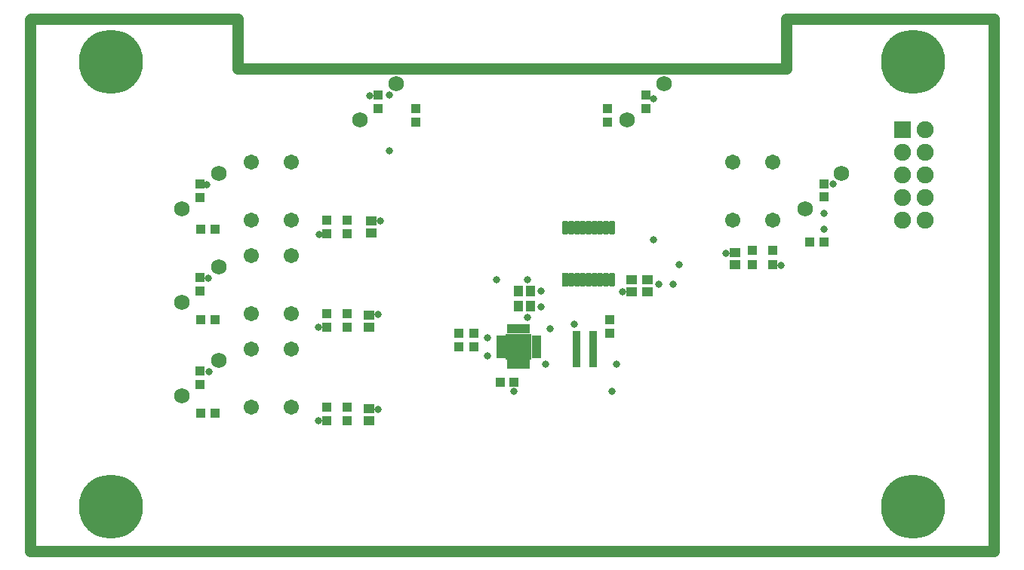
<source format=gts>
G04*
G04 #@! TF.GenerationSoftware,Altium Limited,Altium Designer,20.0.11 (256)*
G04*
G04 Layer_Color=8388736*
%FSLAX25Y25*%
%MOIN*%
G70*
G01*
G75*
%ADD27C,0.04921*%
%ADD28R,0.04537X0.04143*%
%ADD29R,0.03950X0.01981*%
%ADD30R,0.01981X0.03950*%
%ADD31R,0.11430X0.11430*%
%ADD32R,0.04147X0.04147*%
%ADD33R,0.04147X0.04147*%
%ADD34R,0.03950X0.03950*%
%ADD35R,0.03800X0.02200*%
%ADD36R,0.04143X0.04537*%
G04:AMPARAMS|DCode=37|XSize=25.72mil|YSize=63.12mil|CornerRadius=8.43mil|HoleSize=0mil|Usage=FLASHONLY|Rotation=180.000|XOffset=0mil|YOffset=0mil|HoleType=Round|Shape=RoundedRectangle|*
%AMROUNDEDRECTD37*
21,1,0.02572,0.04626,0,0,180.0*
21,1,0.00886,0.06312,0,0,180.0*
1,1,0.01686,-0.00443,0.02313*
1,1,0.01686,0.00443,0.02313*
1,1,0.01686,0.00443,-0.02313*
1,1,0.01686,-0.00443,-0.02313*
%
%ADD37ROUNDEDRECTD37*%
%ADD38R,0.02572X0.06312*%
%ADD39C,0.06800*%
%ADD40C,0.06706*%
%ADD41C,0.07493*%
%ADD42R,0.07493X0.07493*%
%ADD43C,0.28359*%
%ADD44C,0.03162*%
D27*
X-787Y-584D02*
X425098D01*
X-787D02*
Y234259D01*
X-394Y234653D01*
X91043D01*
X333169Y212704D02*
Y234653D01*
X91043Y212704D02*
Y234653D01*
Y212704D02*
X333169D01*
Y234653D02*
X425098D01*
X425098Y-584D01*
D28*
X272146Y119200D02*
D03*
Y113885D02*
D03*
X265059Y119200D02*
D03*
Y113885D02*
D03*
X310531Y126088D02*
D03*
Y131403D02*
D03*
X150098Y139869D02*
D03*
Y145184D02*
D03*
X149114Y98334D02*
D03*
Y103649D02*
D03*
Y56995D02*
D03*
Y62310D02*
D03*
D29*
X207185Y93609D02*
D03*
Y91641D02*
D03*
Y89672D02*
D03*
Y87704D02*
D03*
Y85735D02*
D03*
X222933D02*
D03*
Y87704D02*
D03*
Y89672D02*
D03*
Y91641D02*
D03*
Y93609D02*
D03*
D30*
X211122Y81798D02*
D03*
X213090D02*
D03*
X215059D02*
D03*
X217027D02*
D03*
X218996D02*
D03*
Y97546D02*
D03*
X217027D02*
D03*
X215059D02*
D03*
X213090D02*
D03*
X211122D02*
D03*
D31*
X215059Y89672D02*
D03*
D32*
X169783Y188885D02*
D03*
Y194987D02*
D03*
X327264Y126090D02*
D03*
Y132192D02*
D03*
X318406D02*
D03*
Y126090D02*
D03*
X254429Y188885D02*
D03*
Y194987D02*
D03*
X139272Y145775D02*
D03*
Y139672D02*
D03*
X130413D02*
D03*
Y145775D02*
D03*
Y98334D02*
D03*
Y104436D02*
D03*
X139272D02*
D03*
Y98334D02*
D03*
Y63098D02*
D03*
Y56995D02*
D03*
X130413D02*
D03*
Y63098D02*
D03*
X195374Y89672D02*
D03*
Y95775D02*
D03*
X188484D02*
D03*
Y89672D02*
D03*
D33*
X80905Y101483D02*
D03*
X74803D02*
D03*
X80905Y141641D02*
D03*
X74803D02*
D03*
X213090Y73924D02*
D03*
X206988D02*
D03*
X343799Y135932D02*
D03*
X349902D02*
D03*
X80905Y60145D02*
D03*
X74803D02*
D03*
D34*
X255413Y101546D02*
D03*
Y95641D02*
D03*
X74272Y78846D02*
D03*
Y72940D02*
D03*
Y120184D02*
D03*
Y114278D02*
D03*
Y161523D02*
D03*
Y155617D02*
D03*
X153012Y194987D02*
D03*
Y200893D02*
D03*
X271161Y194987D02*
D03*
Y200893D02*
D03*
X349902Y155814D02*
D03*
Y161720D02*
D03*
D35*
X247950Y81641D02*
D03*
Y83641D02*
D03*
Y85641D02*
D03*
Y87641D02*
D03*
Y89641D02*
D03*
Y91641D02*
D03*
Y93641D02*
D03*
Y95641D02*
D03*
X240650D02*
D03*
Y93641D02*
D03*
Y91641D02*
D03*
Y89641D02*
D03*
Y87641D02*
D03*
Y85641D02*
D03*
Y83641D02*
D03*
Y81641D02*
D03*
D36*
X215059Y107586D02*
D03*
X220374D02*
D03*
X215059Y114279D02*
D03*
X220374D02*
D03*
D37*
X256201Y142428D02*
D03*
X253642D02*
D03*
X251083D02*
D03*
X248524D02*
D03*
X245965D02*
D03*
X243406D02*
D03*
X240846D02*
D03*
X238287D02*
D03*
X235728D02*
D03*
X256201Y119200D02*
D03*
X253642D02*
D03*
X251083D02*
D03*
X248524D02*
D03*
X245965D02*
D03*
X243406D02*
D03*
X240846D02*
D03*
X238287D02*
D03*
D38*
X235728D02*
D03*
D39*
X357776Y166444D02*
D03*
X341634Y150696D02*
D03*
X279232Y205814D02*
D03*
X263090Y190066D02*
D03*
X161122Y205814D02*
D03*
X144980Y190066D02*
D03*
X82579Y83767D02*
D03*
X66437Y68019D02*
D03*
X82579Y125105D02*
D03*
X66437Y109357D02*
D03*
X82579Y166444D02*
D03*
X66437Y150696D02*
D03*
D40*
X114665Y145775D02*
D03*
Y171365D02*
D03*
X96949D02*
D03*
Y145775D02*
D03*
X114665Y104436D02*
D03*
Y130027D02*
D03*
X96949D02*
D03*
Y104436D02*
D03*
X114665Y63098D02*
D03*
Y88688D02*
D03*
X96949D02*
D03*
Y63098D02*
D03*
X309547Y145775D02*
D03*
Y171365D02*
D03*
X327264D02*
D03*
Y145775D02*
D03*
D41*
X384784Y145657D02*
D03*
Y155657D02*
D03*
Y165656D02*
D03*
Y175656D02*
D03*
X394784Y185656D02*
D03*
Y175656D02*
D03*
Y165656D02*
D03*
Y155657D02*
D03*
Y145657D02*
D03*
D42*
X384784Y185656D02*
D03*
D43*
X389272Y215656D02*
D03*
X34941Y18806D02*
D03*
X389272D02*
D03*
X34941Y215656D02*
D03*
D44*
X274618Y136945D02*
D03*
X116240Y212704D02*
D03*
X218504Y86614D02*
D03*
X212598Y92520D02*
D03*
X424705Y214968D02*
D03*
Y195283D02*
D03*
Y175598D02*
D03*
Y155912D02*
D03*
Y136228D02*
D03*
Y116542D02*
D03*
Y96857D02*
D03*
Y77172D02*
D03*
Y57487D02*
D03*
Y37802D02*
D03*
Y18117D02*
D03*
Y492D02*
D03*
X393701Y0D02*
D03*
X374016D02*
D03*
X354331D02*
D03*
X334646D02*
D03*
X314961D02*
D03*
X295276D02*
D03*
X275590D02*
D03*
X259069Y-131D02*
D03*
X236221Y0D02*
D03*
X216535D02*
D03*
X196850D02*
D03*
X177165D02*
D03*
X157480D02*
D03*
X137795D02*
D03*
X118110D02*
D03*
X98425D02*
D03*
X78740D02*
D03*
X59055D02*
D03*
X39370D02*
D03*
X19685D02*
D03*
X0D02*
D03*
Y17625D02*
D03*
Y37310D02*
D03*
Y56995D02*
D03*
Y76680D02*
D03*
Y96365D02*
D03*
Y116050D02*
D03*
Y135735D02*
D03*
Y155420D02*
D03*
Y175105D02*
D03*
Y194790D02*
D03*
Y214475D02*
D03*
Y234160D02*
D03*
X424705D02*
D03*
X153051Y62113D02*
D03*
X126673Y56995D02*
D03*
Y98334D02*
D03*
X153051Y103846D02*
D03*
X153839Y145184D02*
D03*
X127067Y139279D02*
D03*
X77461Y161326D02*
D03*
X77854Y119987D02*
D03*
X78248Y78649D02*
D03*
X149282Y200696D02*
D03*
X274705Y199121D02*
D03*
X331004Y125499D02*
D03*
X306594Y131011D02*
D03*
X353839Y161523D02*
D03*
X218996Y119200D02*
D03*
X205217D02*
D03*
X201279Y93609D02*
D03*
Y85735D02*
D03*
X157972Y200893D02*
D03*
Y176286D02*
D03*
X224902Y107389D02*
D03*
Y114279D02*
D03*
X218996Y102468D02*
D03*
X239665Y99515D02*
D03*
X228839Y97546D02*
D03*
X285925Y125967D02*
D03*
X260835Y113885D02*
D03*
X277067Y117231D02*
D03*
X283179D02*
D03*
X349902Y141631D02*
D03*
Y148727D02*
D03*
X256398Y69987D02*
D03*
X213090D02*
D03*
X258366Y81798D02*
D03*
X226870Y81798D02*
D03*
X91043Y234160D02*
D03*
X333366D02*
D03*
X392421D02*
D03*
X372736D02*
D03*
X353051D02*
D03*
X333366Y212704D02*
D03*
X313681D02*
D03*
X293996D02*
D03*
X274311D02*
D03*
X254626D02*
D03*
X17815Y234160D02*
D03*
X37500D02*
D03*
X57185D02*
D03*
X76870D02*
D03*
X91043Y212704D02*
D03*
X135925D02*
D03*
X155610D02*
D03*
X175295D02*
D03*
X194980D02*
D03*
X214665D02*
D03*
X234941D02*
D03*
M02*

</source>
